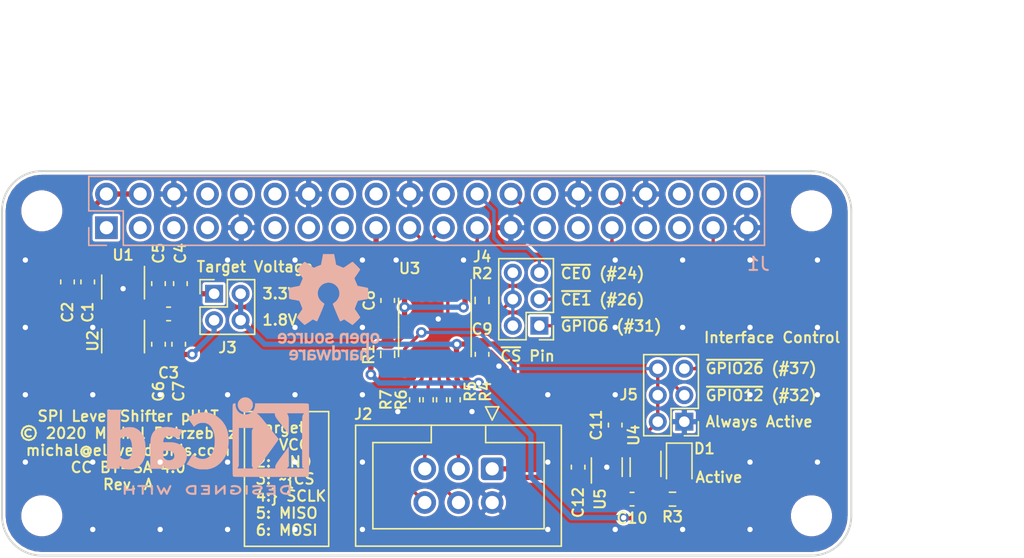
<source format=kicad_pcb>
(kicad_pcb (version 20171130) (host pcbnew 5.1.7)
  (title_block (title "SPI Level-Shifter pHAT") (date 2020-10-26) (rev A) (company "Michal Potrzebicz"))
  (layers (0 F.Cu signal) (31 B.Cu signal) (34 B.Paste user) (35 F.Paste user) (36 B.SilkS user) (37 F.SilkS user) (38 B.Mask user) (39 F.Mask user) (44 Edge.Cuts user))
  (net 0 "")
  (net 1 "Net-(J1-Pad3)")
  (net 2 "Net-(J1-Pad5)")
  (net 3 "Net-(J1-Pad7)")
  (net 4 "Net-(J1-Pad8)")
  (net 5 "Net-(J1-Pad10)")
  (net 6 "Net-(J1-Pad11)")
  (net 7 "Net-(J1-Pad12)")
  (net 8 "Net-(J1-Pad13)")
  (net 9 "Net-(J1-Pad15)")
  (net 10 "Net-(J1-Pad16)")
  (net 11 "Net-(J1-Pad18)")
  (net 12 "Net-(J1-Pad22)")
  (net 13 "Net-(J1-Pad29)")
  (net 14 "Net-(J1-Pad33)")
  (net 15 "Net-(J1-Pad36)")
  (net 16 GND)
  (net 17 +3V3)
  (net 18 +5V)
  (net 19 /VCCIO_3V3)
  (net 20 /VCCIO_1V8)
  (net 21 "Net-(J1-Pad27)")
  (net 22 "Net-(J1-Pad28)")
  (net 23 /SBC_MISO)
  (net 24 /SBC_MOSI)
  (net 25 /SBC_SCLK)
  (net 26 /SPI_MOSI)
  (net 27 /SPI_MISO)
  (net 28 /SPI_SCLK)
  (net 29 /~SPI_CS)
  (net 30 /VCCIO)
  (net 31 "Net-(U1-Pad4)")
  (net 32 "Net-(U2-Pad4)")
  (net 33 /~SBC_CS0)
  (net 34 /~SBC_CS1)
  (net 35 /~SPI_EN)
  (net 36 /~SBC_CS)
  (net 37 "Net-(D1-Pad2)")
  (net 38 "Net-(D1-Pad1)")
  (net 39 /~SBC_SPI_EN1)
  (net 40 "Net-(J1-Pad35)")
  (net 41 /~SBC_SPI_EN0)
  (net 42 "Net-(J1-Pad38)")
  (net 43 "Net-(J1-Pad40)")
  (net 44 /VCCIO_TARGET)
  (net 45 "Net-(U5-Pad6)")
  (net 46 "Net-(J2-Pad6)")
  (net 47 "Net-(J2-Pad4)")
  (net 48 "Net-(J2-Pad5)")
  (net 49 "Net-(J2-Pad3)")
  (net 50 /~SBC_CS2)
  (module Symbol:KiCad-Logo2_6mm_SilkScreen (layer B.Cu) (at 125.476 106.045 180)
    (fp_text reference REF** hide)
    (fp_text value KiCad-Logo2_6mm_SilkScreen hide)
  )
  (module Symbol:OSHW-Logo_7.5x8mm_SilkScreen (layer B.Cu) (at 134.62 96.266 180)
    (fp_text reference REF** hide)
    (fp_text value OSHW-Logo_7.5x8mm_SilkScreen hide)
  )
  (module Connector_IDC:IDC-Header_2x03_P2.54mm_Vertical (layer F.Cu) (at 146.939 108.458 270)
    (fp_text reference J2 (at -4.1275 9.7155 180) (layer F.SilkS) (effects (font (size 0.8 0.8))))
    (fp_text value Target hide)
    (pad 6 thru_hole circle (at 2.54 5.08 270) (size 1.7 1.7) (drill 1) (layers *.Cu *.Mask) (net 46 "Net-(J2-Pad6)"))
    (pad 4 thru_hole circle (at 2.54 2.54 270) (size 1.7 1.7) (drill 1) (layers *.Cu *.Mask) (net 47 "Net-(J2-Pad4)"))
    (pad 2 thru_hole circle (at 2.54 0 270) (size 1.7 1.7) (drill 1) (layers *.Cu *.Mask) (net 16 GND))
    (pad 5 thru_hole circle (at 0 5.08 270) (size 1.7 1.7) (drill 1) (layers *.Cu *.Mask) (net 48 "Net-(J2-Pad5)"))
    (pad 3 thru_hole circle (at 0 2.54 270) (size 1.7 1.7) (drill 1) (layers *.Cu *.Mask) (net 49 "Net-(J2-Pad3)"))
    (pad 1 thru_hole roundrect (at 0 0 270) (size 1.7 1.7) (drill 1) (layers *.Cu *.Mask) (roundrect_rratio 0.147059) (net 44 /VCCIO_TARGET))
  )
  (module Connector_PinHeader_2.00mm:PinHeader_2x03_P2.00mm_Vertical (layer F.Cu) (at 150.495 97.663 180)
    (fp_text reference J4 (at 4.318 5.207) (layer F.SilkS) (effects (font (size 0.8 0.8))))
    (fp_text value "~CS~ Selection" hide)
    (pad 6 thru_hole oval (at 2 4 180) (size 1.35 1.35) (drill 0.8) (layers *.Cu *.Mask) (net 36 /~SBC_CS))
    (pad 5 thru_hole oval (at 0 4 180) (size 1.35 1.35) (drill 0.8) (layers *.Cu *.Mask) (net 33 /~SBC_CS0))
    (pad 4 thru_hole oval (at 2 2 180) (size 1.35 1.35) (drill 0.8) (layers *.Cu *.Mask) (net 36 /~SBC_CS))
    (pad 3 thru_hole oval (at 0 2 180) (size 1.35 1.35) (drill 0.8) (layers *.Cu *.Mask) (net 34 /~SBC_CS1))
    (pad 2 thru_hole oval (at 2 0 180) (size 1.35 1.35) (drill 0.8) (layers *.Cu *.Mask) (net 36 /~SBC_CS))
    (pad 1 thru_hole rect (at 0 0 180) (size 1.35 1.35) (drill 0.8) (layers *.Cu *.Mask) (net 50 /~SBC_CS2))
  )
  (module Connector_PinHeader_2.00mm:PinHeader_2x03_P2.00mm_Vertical (layer F.Cu) (at 161.417 104.902 180)
    (fp_text reference J5 (at 4.191 2.032) (layer F.SilkS) (effects (font (size 0.8 0.8))))
    (fp_text value "Interface Control" hide)
    (pad 6 thru_hole oval (at 2 4 180) (size 1.35 1.35) (drill 0.8) (layers *.Cu *.Mask) (net 35 /~SPI_EN))
    (pad 5 thru_hole oval (at 0 4 180) (size 1.35 1.35) (drill 0.8) (layers *.Cu *.Mask) (net 41 /~SBC_SPI_EN0))
    (pad 4 thru_hole oval (at 2 2 180) (size 1.35 1.35) (drill 0.8) (layers *.Cu *.Mask) (net 35 /~SPI_EN))
    (pad 3 thru_hole oval (at 0 2 180) (size 1.35 1.35) (drill 0.8) (layers *.Cu *.Mask) (net 39 /~SBC_SPI_EN1))
    (pad 2 thru_hole oval (at 2 0 180) (size 1.35 1.35) (drill 0.8) (layers *.Cu *.Mask) (net 35 /~SPI_EN))
    (pad 1 thru_hole rect (at 0 0 180) (size 1.35 1.35) (drill 0.8) (layers *.Cu *.Mask) (net 16 GND))
  )
  (module Connector_PinHeader_2.00mm:PinHeader_2x02_P2.00mm_Vertical (layer F.Cu) (at 125.984 95.25)
    (fp_text reference J3 (at 1.016 4.064) (layer F.SilkS) (effects (font (size 0.8 0.8))))
    (fp_text value "I/O Level" hide)
    (pad 4 thru_hole oval (at 2 2) (size 1.35 1.35) (drill 0.8) (layers *.Cu *.Mask) (net 30 /VCCIO))
    (pad 3 thru_hole oval (at 0 2) (size 1.35 1.35) (drill 0.8) (layers *.Cu *.Mask) (net 20 /VCCIO_1V8))
    (pad 2 thru_hole oval (at 2 0) (size 1.35 1.35) (drill 0.8) (layers *.Cu *.Mask) (net 30 /VCCIO))
    (pad 1 thru_hole rect (at 0 0) (size 1.35 1.35) (drill 0.8) (layers *.Cu *.Mask) (net 19 /VCCIO_3V3))
  )
  (module Connector_PinSocket_2.54mm:PinSocket_2x20_P2.54mm_Vertical (layer B.Cu) (at 117.87 90.27 270)
    (fp_text reference J1 (at 2.73 -49.13) (layer B.SilkS) (effects (justify mirror)))
    (fp_text value Raspberry_Pi_2_3)
    (pad 1 thru_hole rect (at 0 0 270) (size 1.7 1.7) (drill 1) (layers *.Cu *.Mask) (net 17 +3V3))
    (pad 2 thru_hole oval (at -2.54 0 270) (size 1.7 1.7) (drill 1) (layers *.Cu *.Mask) (net 18 +5V))
    (pad 3 thru_hole oval (at 0 -2.54 270) (size 1.7 1.7) (drill 1) (layers *.Cu *.Mask) (net 1 "Net-(J1-Pad3)"))
    (pad 4 thru_hole oval (at -2.54 -2.54 270) (size 1.7 1.7) (drill 1) (layers *.Cu *.Mask) (net 18 +5V))
    (pad 5 thru_hole oval (at 0 -5.08 270) (size 1.7 1.7) (drill 1) (layers *.Cu *.Mask) (net 2 "Net-(J1-Pad5)"))
    (pad 6 thru_hole oval (at -2.54 -5.08 270) (size 1.7 1.7) (drill 1) (layers *.Cu *.Mask) (net 16 GND))
    (pad 7 thru_hole oval (at 0 -7.62 270) (size 1.7 1.7) (drill 1) (layers *.Cu *.Mask) (net 3 "Net-(J1-Pad7)"))
    (pad 8 thru_hole oval (at -2.54 -7.62 270) (size 1.7 1.7) (drill 1) (layers *.Cu *.Mask) (net 4 "Net-(J1-Pad8)"))
    (pad 9 thru_hole oval (at 0 -10.16 270) (size 1.7 1.7) (drill 1) (layers *.Cu *.Mask) (net 16 GND))
    (pad 10 thru_hole oval (at -2.54 -10.16 270) (size 1.7 1.7) (drill 1) (layers *.Cu *.Mask) (net 5 "Net-(J1-Pad10)"))
    (pad 11 thru_hole oval (at 0 -12.7 270) (size 1.7 1.7) (drill 1) (layers *.Cu *.Mask) (net 6 "Net-(J1-Pad11)"))
    (pad 12 thru_hole oval (at -2.54 -12.7 270) (size 1.7 1.7) (drill 1) (layers *.Cu *.Mask) (net 7 "Net-(J1-Pad12)"))
    (pad 13 thru_hole oval (at 0 -15.24 270) (size 1.7 1.7) (drill 1) (layers *.Cu *.Mask) (net 8 "Net-(J1-Pad13)"))
    (pad 14 thru_hole oval (at -2.54 -15.24 270) (size 1.7 1.7) (drill 1) (layers *.Cu *.Mask) (net 16 GND))
    (pad 15 thru_hole oval (at 0 -17.78 270) (size 1.7 1.7) (drill 1) (layers *.Cu *.Mask) (net 9 "Net-(J1-Pad15)"))
    (pad 16 thru_hole oval (at -2.54 -17.78 270) (size 1.7 1.7) (drill 1) (layers *.Cu *.Mask) (net 10 "Net-(J1-Pad16)"))
    (pad 17 thru_hole oval (at 0 -20.32 270) (size 1.7 1.7) (drill 1) (layers *.Cu *.Mask) (net 17 +3V3))
    (pad 18 thru_hole oval (at -2.54 -20.32 270) (size 1.7 1.7) (drill 1) (layers *.Cu *.Mask) (net 11 "Net-(J1-Pad18)"))
    (pad 19 thru_hole oval (at 0 -22.86 270) (size 1.7 1.7) (drill 1) (layers *.Cu *.Mask) (net 24 /SBC_MOSI))
    (pad 20 thru_hole oval (at -2.54 -22.86 270) (size 1.7 1.7) (drill 1) (layers *.Cu *.Mask) (net 16 GND))
    (pad 21 thru_hole oval (at 0 -25.4 270) (size 1.7 1.7) (drill 1) (layers *.Cu *.Mask) (net 23 /SBC_MISO))
    (pad 22 thru_hole oval (at -2.54 -25.4 270) (size 1.7 1.7) (drill 1) (layers *.Cu *.Mask) (net 12 "Net-(J1-Pad22)"))
    (pad 23 thru_hole oval (at 0 -27.94 270) (size 1.7 1.7) (drill 1) (layers *.Cu *.Mask) (net 25 /SBC_SCLK))
    (pad 24 thru_hole oval (at -2.54 -27.94 270) (size 1.7 1.7) (drill 1) (layers *.Cu *.Mask) (net 33 /~SBC_CS0))
    (pad 25 thru_hole oval (at 0 -30.48 270) (size 1.7 1.7) (drill 1) (layers *.Cu *.Mask) (net 16 GND))
    (pad 26 thru_hole oval (at -2.54 -30.48 270) (size 1.7 1.7) (drill 1) (layers *.Cu *.Mask) (net 34 /~SBC_CS1))
    (pad 27 thru_hole oval (at 0 -33.02 270) (size 1.7 1.7) (drill 1) (layers *.Cu *.Mask) (net 21 "Net-(J1-Pad27)"))
    (pad 28 thru_hole oval (at -2.54 -33.02 270) (size 1.7 1.7) (drill 1) (layers *.Cu *.Mask) (net 22 "Net-(J1-Pad28)"))
    (pad 29 thru_hole oval (at 0 -35.56 270) (size 1.7 1.7) (drill 1) (layers *.Cu *.Mask) (net 13 "Net-(J1-Pad29)"))
    (pad 30 thru_hole oval (at -2.54 -35.56 270) (size 1.7 1.7) (drill 1) (layers *.Cu *.Mask) (net 16 GND))
    (pad 31 thru_hole oval (at 0 -38.1 270) (size 1.7 1.7) (drill 1) (layers *.Cu *.Mask) (net 50 /~SBC_CS2))
    (pad 32 thru_hole oval (at -2.54 -38.1 270) (size 1.7 1.7) (drill 1) (layers *.Cu *.Mask) (net 39 /~SBC_SPI_EN1))
    (pad 33 thru_hole oval (at 0 -40.64 270) (size 1.7 1.7) (drill 1) (layers *.Cu *.Mask) (net 14 "Net-(J1-Pad33)"))
    (pad 34 thru_hole oval (at -2.54 -40.64 270) (size 1.7 1.7) (drill 1) (layers *.Cu *.Mask) (net 16 GND))
    (pad 35 thru_hole oval (at 0 -43.18 270) (size 1.7 1.7) (drill 1) (layers *.Cu *.Mask) (net 40 "Net-(J1-Pad35)"))
    (pad 36 thru_hole oval (at -2.54 -43.18 270) (size 1.7 1.7) (drill 1) (layers *.Cu *.Mask) (net 15 "Net-(J1-Pad36)"))
    (pad 37 thru_hole oval (at 0 -45.72 270) (size 1.7 1.7) (drill 1) (layers *.Cu *.Mask) (net 41 /~SBC_SPI_EN0))
    (pad 38 thru_hole oval (at -2.54 -45.72 270) (size 1.7 1.7) (drill 1) (layers *.Cu *.Mask) (net 42 "Net-(J1-Pad38)"))
    (pad 39 thru_hole oval (at 0 -48.26 270) (size 1.7 1.7) (drill 1) (layers *.Cu *.Mask) (net 16 GND))
    (pad 40 thru_hole oval (at -2.54 -48.26 270) (size 1.7 1.7) (drill 1) (layers *.Cu *.Mask) (net 43 "Net-(J1-Pad40)"))
  )
  (module Package_SO:TSSOP-16_4.4x5mm_P0.65mm (layer F.Cu) (at 142.621 97.79 270)
    (fp_text reference U3 (at -4.445 1.905 180) (layer F.SilkS) (effects (font (size 0.8 0.8))))
    (fp_text value 74AVC4T774PW hide)
    (pad 1 smd roundrect (at -2.8625 -2.275 270) (size 1.475 0.4) (layers F.Cu F.Paste F.Mask) (net 17 +3V3))
    (pad 2 smd roundrect (at -2.8625 -1.625 270) (size 1.475 0.4) (layers F.Cu F.Paste F.Mask) (net 17 +3V3))
    (pad 3 smd roundrect (at -2.8625 -0.975 270) (size 1.475 0.4) (layers F.Cu F.Paste F.Mask) (net 36 /~SBC_CS))
    (pad 4 smd roundrect (at -2.8625 -0.325 270) (size 1.475 0.4) (layers F.Cu F.Paste F.Mask) (net 25 /SBC_SCLK))
    (pad 5 smd roundrect (at -2.8625 0.325 270) (size 1.475 0.4) (layers F.Cu F.Paste F.Mask) (net 23 /SBC_MISO))
    (pad 6 smd roundrect (at -2.8625 0.975 270) (size 1.475 0.4) (layers F.Cu F.Paste F.Mask) (net 24 /SBC_MOSI))
    (pad 7 smd roundrect (at -2.8625 1.625 270) (size 1.475 0.4) (layers F.Cu F.Paste F.Mask) (net 16 GND))
    (pad 8 smd roundrect (at -2.8625 2.275 270) (size 1.475 0.4) (layers F.Cu F.Paste F.Mask) (net 17 +3V3))
    (pad 9 smd roundrect (at 2.8625 2.275 270) (size 1.475 0.4) (layers F.Cu F.Paste F.Mask) (net 35 /~SPI_EN))
    (pad 10 smd roundrect (at 2.8625 1.625 270) (size 1.475 0.4) (layers F.Cu F.Paste F.Mask) (net 16 GND))
    (pad 11 smd roundrect (at 2.8625 0.975 270) (size 1.475 0.4) (layers F.Cu F.Paste F.Mask) (net 26 /SPI_MOSI))
    (pad 12 smd roundrect (at 2.8625 0.325 270) (size 1.475 0.4) (layers F.Cu F.Paste F.Mask) (net 27 /SPI_MISO))
    (pad 13 smd roundrect (at 2.8625 -0.325 270) (size 1.475 0.4) (layers F.Cu F.Paste F.Mask) (net 28 /SPI_SCLK))
    (pad 14 smd roundrect (at 2.8625 -0.975 270) (size 1.475 0.4) (layers F.Cu F.Paste F.Mask) (net 29 /~SPI_CS))
    (pad 15 smd roundrect (at 2.8625 -1.625 270) (size 1.475 0.4) (layers F.Cu F.Paste F.Mask) (net 30 /VCCIO))
    (pad 16 smd roundrect (at 2.8625 -2.275 270) (size 1.475 0.4) (layers F.Cu F.Paste F.Mask) (net 17 +3V3))
  )
  (module Resistor_SMD:R_0402_1005Metric (layer F.Cu) (at 141.097 103.251 90)
    (fp_text reference R7 (at 0 -2.159 90) (layer F.SilkS) (effects (font (size 0.8 0.8))))
    (fp_text value 0R hide)
    (pad 2 smd roundrect (at 0.51 0 90) (size 0.54 0.64) (layers F.Cu F.Paste F.Mask) (net 26 /SPI_MOSI))
    (pad 1 smd roundrect (at -0.51 0 90) (size 0.54 0.64) (layers F.Cu F.Paste F.Mask) (net 46 "Net-(J2-Pad6)"))
  )
  (module Resistor_SMD:R_0402_1005Metric (layer F.Cu) (at 142.113 103.251 90)
    (fp_text reference R6 (at 0 -2.032 90) (layer F.SilkS) (effects (font (size 0.8 0.8))))
    (fp_text value 0R hide)
    (pad 2 smd roundrect (at 0.51 0 90) (size 0.54 0.64) (layers F.Cu F.Paste F.Mask) (net 27 /SPI_MISO))
    (pad 1 smd roundrect (at -0.51 0 90) (size 0.54 0.64) (layers F.Cu F.Paste F.Mask) (net 48 "Net-(J2-Pad5)"))
  )
  (module Resistor_SMD:R_0402_1005Metric (layer F.Cu) (at 143.129 103.251 90)
    (fp_text reference R5 (at 0.635 2.159 90) (layer F.SilkS) (effects (font (size 0.8 0.8))))
    (fp_text value 0R hide)
    (pad 2 smd roundrect (at 0.51 0 90) (size 0.54 0.64) (layers F.Cu F.Paste F.Mask) (net 28 /SPI_SCLK))
    (pad 1 smd roundrect (at -0.51 0 90) (size 0.54 0.64) (layers F.Cu F.Paste F.Mask) (net 47 "Net-(J2-Pad4)"))
  )
  (module Resistor_SMD:R_0402_1005Metric (layer F.Cu) (at 144.145 103.251 90)
    (fp_text reference R4 (at 0.635 2.286 90) (layer F.SilkS) (effects (font (size 0.8 0.8))))
    (fp_text value 0R hide)
    (pad 2 smd roundrect (at 0.51 0 90) (size 0.54 0.64) (layers F.Cu F.Paste F.Mask) (net 29 /~SPI_CS))
    (pad 1 smd roundrect (at -0.51 0 90) (size 0.54 0.64) (layers F.Cu F.Paste F.Mask) (net 49 "Net-(J2-Pad3)"))
  )
  (module Package_TO_SOT_SMD:SOT-353_SC-70-5 (layer F.Cu) (at 158.496 108.331 270)
    (fp_text reference U4 (at -2.413 0.889 90) (layer F.SilkS) (effects (font (size 0.8 0.8))))
    (fp_text value 74LVC1G07 hide)
    (pad 5 smd rect (at 0.95 -0.65 270) (size 0.65 0.4) (layers F.Cu F.Paste F.Mask) (net 17 +3V3))
    (pad 4 smd rect (at 0.95 0.65 270) (size 0.65 0.4) (layers F.Cu F.Paste F.Mask) (net 38 "Net-(D1-Pad1)"))
    (pad 2 smd rect (at -0.95 0 270) (size 0.65 0.4) (layers F.Cu F.Paste F.Mask) (net 35 /~SPI_EN))
    (pad 3 smd rect (at -0.95 0.65 270) (size 0.65 0.4) (layers F.Cu F.Paste F.Mask) (net 16 GND))
    (pad 1 smd rect (at -0.95 -0.65 270) (size 0.65 0.4) (layers F.Cu F.Paste F.Mask))
  )
  (module Package_TO_SOT_SMD:SOT-363_SC-70-6 (layer F.Cu) (at 155.575 108.331 90)
    (fp_text reference U5 (at -2.413 -0.508 90) (layer F.SilkS) (effects (font (size 0.8 0.8))))
    (fp_text value SiP32432DR3 hide)
    (pad 6 smd rect (at 0.95 -0.65 90) (size 0.65 0.4) (layers F.Cu F.Paste F.Mask) (net 45 "Net-(U5-Pad6)"))
    (pad 4 smd rect (at 0.95 0.65 90) (size 0.65 0.4) (layers F.Cu F.Paste F.Mask) (net 30 /VCCIO))
    (pad 2 smd rect (at -0.95 0 90) (size 0.65 0.4) (layers F.Cu F.Paste F.Mask) (net 16 GND))
    (pad 5 smd rect (at 0.95 0 90) (size 0.65 0.4) (layers F.Cu F.Paste F.Mask) (net 16 GND))
    (pad 3 smd rect (at -0.95 0.65 90) (size 0.65 0.4) (layers F.Cu F.Paste F.Mask) (net 35 /~SPI_EN))
    (pad 1 smd rect (at -0.95 -0.65 90) (size 0.65 0.4) (layers F.Cu F.Paste F.Mask) (net 44 /VCCIO_TARGET))
  )
  (module Capacitor_SMD:C_0603_1608Metric (layer F.Cu) (at 153.416 108.331 90)
    (fp_text reference C12 (at -2.667 0 90) (layer F.SilkS) (effects (font (size 0.8 0.8))))
    (fp_text value 100n hide)
    (pad 2 smd roundrect (at 0.775 0 90) (size 0.9 0.95) (layers F.Cu F.Paste F.Mask) (net 16 GND))
    (pad 1 smd roundrect (at -0.775 0 90) (size 0.9 0.95) (layers F.Cu F.Paste F.Mask) (net 44 /VCCIO_TARGET))
  )
  (module Capacitor_SMD:C_0603_1608Metric (layer F.Cu) (at 156.21 105.156 90)
    (fp_text reference C11 (at 0 -1.43 90) (layer F.SilkS) (effects (font (size 0.8 0.8))))
    (fp_text value 100n hide)
    (pad 2 smd roundrect (at 0.775 0 90) (size 0.9 0.95) (layers F.Cu F.Paste F.Mask) (net 16 GND))
    (pad 1 smd roundrect (at -0.775 0 90) (size 0.9 0.95) (layers F.Cu F.Paste F.Mask) (net 30 /VCCIO))
  )
  (module Resistor_SMD:R_0603_1608Metric (layer F.Cu) (at 160.528 110.744)
    (fp_text reference R3 (at 0 1.3335) (layer F.SilkS) (effects (font (size 0.8 0.8))))
    (fp_text value 330R hide)
    (pad 2 smd roundrect (at 0.825 0) (size 0.8 0.95) (layers F.Cu F.Paste F.Mask) (net 37 "Net-(D1-Pad2)"))
    (pad 1 smd roundrect (at -0.825 0) (size 0.8 0.95) (layers F.Cu F.Paste F.Mask) (net 17 +3V3))
  )
  (module Resistor_SMD:R_0603_1608Metric (layer F.Cu) (at 146.177 95.758 90)
    (fp_text reference R2 (at 2.032 0 180) (layer F.SilkS) (effects (font (size 0.8 0.8))))
    (fp_text value 10k hide)
    (pad 2 smd roundrect (at 0.825 0 90) (size 0.8 0.95) (layers F.Cu F.Paste F.Mask) (net 17 +3V3))
    (pad 1 smd roundrect (at -0.825 0 90) (size 0.8 0.95) (layers F.Cu F.Paste F.Mask) (net 36 /~SBC_CS))
  )
  (module LED_SMD:LED_0805_2012Metric (layer F.Cu) (at 161.036 108.204 270)
    (fp_text reference D1 (at -1.27 -1.016 180) (layer F.SilkS) (effects (font (size 0.8 0.8)) (justify left)))
    (fp_text value Active hide)
    (pad 2 smd roundrect (at 0.9375 0 270) (size 0.975 1.4) (layers F.Cu F.Paste F.Mask) (net 37 "Net-(D1-Pad2)"))
    (pad 1 smd roundrect (at -0.9375 0 270) (size 0.975 1.4) (layers F.Cu F.Paste F.Mask) (net 38 "Net-(D1-Pad1)"))
  )
  (module Capacitor_SMD:C_0603_1608Metric (layer F.Cu) (at 157.48 110.744 180)
    (fp_text reference C10 (at 0 -1.43) (layer F.SilkS) (effects (font (size 0.8 0.8))))
    (fp_text value 100n hide)
    (pad 2 smd roundrect (at 0.775 0 180) (size 0.9 0.95) (layers F.Cu F.Paste F.Mask) (net 16 GND))
    (pad 1 smd roundrect (at -0.775 0 180) (size 0.9 0.95) (layers F.Cu F.Paste F.Mask) (net 17 +3V3))
  )
  (module Capacitor_SMD:C_0603_1608Metric (layer F.Cu) (at 146.177 99.822 270)
    (fp_text reference C9 (at -1.905 0 180) (layer F.SilkS) (effects (font (size 0.8 0.8))))
    (fp_text value 100n hide)
    (pad 2 smd roundrect (at 0.775 0 270) (size 0.9 0.95) (layers F.Cu F.Paste F.Mask) (net 16 GND))
    (pad 1 smd roundrect (at -0.775 0 270) (size 0.9 0.95) (layers F.Cu F.Paste F.Mask) (net 30 /VCCIO))
  )
  (module Capacitor_SMD:C_0603_1608Metric (layer F.Cu) (at 139.065 95.758 270)
    (fp_text reference C8 (at 0 1.397 90) (layer F.SilkS) (effects (font (size 0.8 0.8))))
    (fp_text value 100n hide)
    (pad 2 smd roundrect (at 0.775 0 270) (size 0.9 0.95) (layers F.Cu F.Paste F.Mask) (net 16 GND))
    (pad 1 smd roundrect (at -0.775 0 270) (size 0.9 0.95) (layers F.Cu F.Paste F.Mask) (net 17 +3V3))
  )
  (module Resistor_SMD:R_0603_1608Metric (layer F.Cu) (at 139.065 99.822 90)
    (fp_text reference R1 (at 0 -1.43 90) (layer F.SilkS) (effects (font (size 0.8 0.8))))
    (fp_text value 10k hide)
    (pad 1 smd roundrect (at -0.825 0 90) (size 0.8 0.95) (layers F.Cu F.Paste F.Mask) (net 35 /~SPI_EN))
    (pad 2 smd roundrect (at 0.825 0 90) (size 0.8 0.95) (layers F.Cu F.Paste F.Mask) (net 17 +3V3))
  )
  (module Package_TO_SOT_SMD:SOT-23-5 (layer F.Cu) (at 119.126 98.806 270)
    (fp_text reference U2 (at 0 2.286 90) (layer F.SilkS) (effects (font (size 0.8 0.8))))
    (fp_text value MIC5504-1.8YM5 hide)
    (pad 5 smd rect (at 1.1 -0.95 270) (size 1.06 0.65) (layers F.Cu F.Paste F.Mask) (net 20 /VCCIO_1V8))
    (pad 4 smd rect (at 1.1 0.95 270) (size 1.06 0.65) (layers F.Cu F.Paste F.Mask) (net 32 "Net-(U2-Pad4)"))
    (pad 3 smd rect (at -1.1 0.95 270) (size 1.06 0.65) (layers F.Cu F.Paste F.Mask) (net 19 /VCCIO_3V3))
    (pad 2 smd rect (at -1.1 0 270) (size 1.06 0.65) (layers F.Cu F.Paste F.Mask) (net 16 GND))
    (pad 1 smd rect (at -1.1 -0.95 270) (size 1.06 0.65) (layers F.Cu F.Paste F.Mask) (net 19 /VCCIO_3V3))
  )
  (module Package_TO_SOT_SMD:SOT-23-5 (layer F.Cu) (at 119.126 94.742 270)
    (fp_text reference U1 (at -2.413 0 180) (layer F.SilkS) (effects (font (size 0.8 0.8))))
    (fp_text value MIC5504-3.3YM5 hide)
    (pad 5 smd rect (at 1.1 -0.95 270) (size 1.06 0.65) (layers F.Cu F.Paste F.Mask) (net 19 /VCCIO_3V3))
    (pad 4 smd rect (at 1.1 0.95 270) (size 1.06 0.65) (layers F.Cu F.Paste F.Mask) (net 31 "Net-(U1-Pad4)"))
    (pad 3 smd rect (at -1.1 0.95 270) (size 1.06 0.65) (layers F.Cu F.Paste F.Mask) (net 18 +5V))
    (pad 2 smd rect (at -1.1 0 270) (size 1.06 0.65) (layers F.Cu F.Paste F.Mask) (net 16 GND))
    (pad 1 smd rect (at -1.1 -0.95 270) (size 1.06 0.65) (layers F.Cu F.Paste F.Mask) (net 18 +5V))
  )
  (module Capacitor_SMD:C_0603_1608Metric (layer F.Cu) (at 123.317 99.06 90)
    (fp_text reference C7 (at -3.556 0 90) (layer F.SilkS) (effects (font (size 0.8 0.8))))
    (fp_text value 1u hide)
    (pad 2 smd roundrect (at 0.775 0 90) (size 0.9 0.95) (layers F.Cu F.Paste F.Mask) (net 16 GND))
    (pad 1 smd roundrect (at -0.775 0 90) (size 0.9 0.95) (layers F.Cu F.Paste F.Mask) (net 20 /VCCIO_1V8))
  )
  (module Capacitor_SMD:C_0603_1608Metric (layer F.Cu) (at 121.793 99.06 90)
    (fp_text reference C6 (at -3.556 0 90) (layer F.SilkS) (effects (font (size 0.8 0.8))))
    (fp_text value 1u hide)
    (pad 2 smd roundrect (at 0.775 0 90) (size 0.9 0.95) (layers F.Cu F.Paste F.Mask) (net 16 GND))
    (pad 1 smd roundrect (at -0.775 0 90) (size 0.9 0.95) (layers F.Cu F.Paste F.Mask) (net 20 /VCCIO_1V8))
  )
  (module Capacitor_SMD:C_0603_1608Metric (layer F.Cu) (at 121.793 94.488 90)
    (fp_text reference C5 (at 2.286 0 90) (layer F.SilkS) (effects (font (size 0.8 0.8))))
    (fp_text value 1u hide)
    (pad 2 smd roundrect (at 0.775 0 90) (size 0.9 0.95) (layers F.Cu F.Paste F.Mask) (net 16 GND))
    (pad 1 smd roundrect (at -0.775 0 90) (size 0.9 0.95) (layers F.Cu F.Paste F.Mask) (net 19 /VCCIO_3V3))
  )
  (module Capacitor_SMD:C_0603_1608Metric (layer F.Cu) (at 123.444 94.488 90)
    (fp_text reference C4 (at 2.286 0 90) (layer F.SilkS) (effects (font (size 0.8 0.8))))
    (fp_text value 1u hide)
    (pad 2 smd roundrect (at 0.775 0 90) (size 0.9 0.95) (layers F.Cu F.Paste F.Mask) (net 16 GND))
    (pad 1 smd roundrect (at -0.775 0 90) (size 0.9 0.95) (layers F.Cu F.Paste F.Mask) (net 19 /VCCIO_3V3))
  )
  (module Capacitor_SMD:C_0603_1608Metric (layer F.Cu) (at 122.555 96.774)
    (fp_text reference C3 (at 0 4.445) (layer F.SilkS) (effects (font (size 0.8 0.8))))
    (fp_text value 100n hide)
    (pad 2 smd roundrect (at 0.775 0) (size 0.9 0.95) (layers F.Cu F.Paste F.Mask) (net 16 GND))
    (pad 1 smd roundrect (at -0.775 0) (size 0.9 0.95) (layers F.Cu F.Paste F.Mask) (net 19 /VCCIO_3V3))
  )
  (module Capacitor_SMD:C_0603_1608Metric (layer F.Cu) (at 114.935 94.361 270)
    (fp_text reference C2 (at 2.286 0 90) (layer F.SilkS) (effects (font (size 0.8 0.8))))
    (fp_text value 1u hide)
    (pad 2 smd roundrect (at 0.775 0 270) (size 0.9 0.95) (layers F.Cu F.Paste F.Mask) (net 16 GND))
    (pad 1 smd roundrect (at -0.775 0 270) (size 0.9 0.95) (layers F.Cu F.Paste F.Mask) (net 18 +5V))
  )
  (module Capacitor_SMD:C_0603_1608Metric (layer F.Cu) (at 116.459 94.361 270)
    (fp_text reference C1 (at 2.286 0 90) (layer F.SilkS) (effects (font (size 0.8 0.8))))
    (fp_text value 100n hide)
    (pad 2 smd roundrect (at 0.775 0 270) (size 0.9 0.95) (layers F.Cu F.Paste F.Mask) (net 16 GND))
    (pad 1 smd roundrect (at -0.775 0 270) (size 0.9 0.95) (layers F.Cu F.Paste F.Mask) (net 18 +5V))
  )
  (module MountingHole:MountingHole_2.7mm_M2.5 (layer F.Cu) (at 171 112)
    (fp_text reference H4 hide)
    (fp_text value MountingHole hide)
    (pad 1 np_thru_hole circle (at 0 0) (size 2.7 2.7) (drill 2.7) (layers *.Cu *.Mask))
  )
  (module MountingHole:MountingHole_2.7mm_M2.5 (layer F.Cu) (at 113 112)
    (fp_text reference H3 hide)
    (fp_text value MountingHole hide)
    (pad 1 np_thru_hole circle (at 0 0) (size 2.7 2.7) (drill 2.7) (layers *.Cu *.Mask))
  )
  (module MountingHole:MountingHole_2.7mm_M2.5 (layer F.Cu) (at 171 89)
    (fp_text reference H2 hide)
    (fp_text value MountingHole hide)
    (pad 1 np_thru_hole circle (at 0 0) (size 2.7 2.7) (drill 2.7) (layers *.Cu *.Mask))
  )
  (module MountingHole:MountingHole_2.7mm_M2.5 (layer F.Cu) (at 113 89)
    (fp_text reference H1 hide)
    (fp_text value MountingHole hide)
    (pad 1 np_thru_hole circle (at 0 0) (size 2.7 2.7) (drill 2.7) (layers *.Cu *.Mask))
  )
  (gr_line (start 128.27 114.3) (end 128.27 104.14) (layer F.SilkS) (width 0.12))
  (gr_line (start 134.62 114.3) (end 128.27 114.3) (layer F.SilkS) (width 0.12))
  (gr_line (start 134.62 104.14) (end 134.62 114.3) (layer F.SilkS) (width 0.12))
  (gr_line (start 128.27 104.14) (end 134.62 104.14) (layer F.SilkS) (width 0.12))
  (gr_text "Target:\n1: VCC\n2: GND\n3: ~CS\n4: SCLK\n5: MISO\n6: MOSI" (at 129.032 109.22) (layer F.SilkS) (effects (font (size 0.8 0.8)) (justify left)))
  (gr_text "SPI Level Shifter pHAT\n© 2020 Michal Potrzebicz\nmichal@elevendroids.com\nCC BY-SA 4.0\nRev. A" (at 119.507 107.061) (layer F.SilkS) (effects (font (size 0.8 0.8))))
  (gr_text "Interface Control" (at 162.814 98.552) (layer F.SilkS) (effects (font (size 0.8 0.8)) (justify left)))
  (gr_text "~GPIO26~ (#37)" (at 162.941 100.8888) (layer F.SilkS) (effects (font (size 0.8 0.8)) (justify left)))
  (gr_text "~GPIO12~ (#32)" (at 162.941 102.9208) (layer F.SilkS) (effects (font (size 0.8 0.8)) (justify left)))
  (gr_text "Always Active" (at 162.941 104.902) (layer F.SilkS) (effects (font (size 0.8 0.8)) (justify left)))
  (gr_text "~CE0~ (#24)" (at 152.019 93.726) (layer F.SilkS) (effects (font (size 0.8 0.8)) (justify left)))
  (gr_text "~CE1~ (#26)" (at 152.019 95.7072) (layer F.SilkS) (effects (font (size 0.8 0.8)) (justify left)))
  (gr_text "~GPIO6~ (#31)" (at 152.019 97.6884) (layer F.SilkS) (effects (font (size 0.8 0.8)) (justify left)))
  (gr_text Active (at 162.179 109.093) (layer F.SilkS) (effects (font (size 0.8 0.8)) (justify left)))
  (gr_text "~CS~ Pin" (at 149.606 99.949) (layer F.SilkS) (effects (font (size 0.8 0.8))))
  (gr_text "Target Voltage" (at 124.587 93.218) (layer F.SilkS) (effects (font (size 0.8 0.8)) (justify left)))
  (gr_text 3.3V (at 129.54 95.25) (layer F.SilkS) (effects (font (size 0.8 0.8)) (justify left)))
  (gr_text 1.8V (at 129.54 97.2312) (layer F.SilkS) (effects (font (size 0.8 0.8)) (justify left)))
  (gr_line (start 113 115) (end 171 115) (layer Edge.Cuts) (width 0.15))
  (gr_arc (start 171 112) (end 171 115) (angle -90) (layer Edge.Cuts) (width 0.15))
  (gr_arc (start 113 112) (end 110 112) (angle -90) (layer Edge.Cuts) (width 0.15))
  (gr_line (start 174 89) (end 174 112) (layer Edge.Cuts) (width 0.15))
  (gr_line (start 110 89) (end 110 112) (layer Edge.Cuts) (width 0.15))
  (gr_arc (start 171 89) (end 174 89) (angle -90) (layer Edge.Cuts) (width 0.15))
  (gr_arc (start 113 89) (end 113 86) (angle -90) (layer Edge.Cuts) (width 0.15))
  (gr_line (start 113 86) (end 171 86) (layer Edge.Cuts) (width 0.15))
  (via (at 139.7 92.71) (size 0.8) (drill 0.4) (layers F.Cu B.Cu) (net 16))
  (via (at 137.16 92.71) (size 0.8) (drill 0.4) (layers F.Cu B.Cu) (net 16))
  (via (at 137.16 97.79) (size 0.8) (drill 0.4) (layers F.Cu B.Cu) (net 16))
  (via (at 144.78 92.71) (size 0.8) (drill 0.4) (layers F.Cu B.Cu) (net 16))
  (via (at 137.16 102.87) (size 0.8) (drill 0.4) (layers F.Cu B.Cu) (net 16))
  (via (at 151.13 107.95) (size 0.8) (drill 0.4) (layers F.Cu B.Cu) (net 16))
  (via (at 151.13 102.87) (size 0.8) (drill 0.4) (layers F.Cu B.Cu) (net 16))
  (via (at 156.21 102.87) (size 0.8) (drill 0.4) (layers F.Cu B.Cu) (net 16))
  (via (at 156.21 97.79) (size 0.8) (drill 0.4) (layers F.Cu B.Cu) (net 16))
  (via (at 156.21 113.03) (size 0.8) (drill 0.4) (layers F.Cu B.Cu) (net 16))
  (via (at 151.13 113.03) (size 0.8) (drill 0.4) (layers F.Cu B.Cu) (net 16))
  (via (at 161.29 113.03) (size 0.8) (drill 0.4) (layers F.Cu B.Cu) (net 16))
  (via (at 156.21 92.71) (size 0.8) (drill 0.4) (layers F.Cu B.Cu) (net 16))
  (via (at 161.29 92.71) (size 0.8) (drill 0.4) (layers F.Cu B.Cu) (net 16))
  (via (at 161.29 97.79) (size 0.8) (drill 0.4) (layers F.Cu B.Cu) (net 16))
  (via (at 166.37 97.79) (size 0.8) (drill 0.4) (layers F.Cu B.Cu) (net 16))
  (via (at 166.37 113.03) (size 0.8) (drill 0.4) (layers F.Cu B.Cu) (net 16))
  (via (at 166.37 107.95) (size 0.8) (drill 0.4) (layers F.Cu B.Cu) (net 16))
  (via (at 137.16 107.95) (size 0.8) (drill 0.4) (layers F.Cu B.Cu) (net 16))
  (via (at 137.16 113.03) (size 0.8) (drill 0.4) (layers F.Cu B.Cu) (net 16))
  (via (at 132.08 92.71) (size 0.8) (drill 0.4) (layers F.Cu B.Cu) (net 16))
  (via (at 127 92.71) (size 0.8) (drill 0.4) (layers F.Cu B.Cu) (net 16))
  (via (at 132.08 97.79) (size 0.8) (drill 0.4) (layers F.Cu B.Cu) (net 16))
  (via (at 132.08 102.87) (size 0.8) (drill 0.4) (layers F.Cu B.Cu) (net 16))
  (via (at 132.08 107.95) (size 0.8) (drill 0.4) (layers F.Cu B.Cu) (net 16))
  (via (at 132.08 113.03) (size 0.8) (drill 0.4) (layers F.Cu B.Cu) (net 16))
  (via (at 127 102.87) (size 0.8) (drill 0.4) (layers F.Cu B.Cu) (net 16))
  (via (at 121.92 102.87) (size 0.8) (drill 0.4) (layers F.Cu B.Cu) (net 16))
  (via (at 116.84 102.87) (size 0.8) (drill 0.4) (layers F.Cu B.Cu) (net 16))
  (via (at 116.84 97.79) (size 0.8) (drill 0.4) (layers F.Cu B.Cu) (net 16))
  (via (at 111.76 97.79) (size 0.8) (drill 0.4) (layers F.Cu B.Cu) (net 16))
  (via (at 111.76 92.71) (size 0.8) (drill 0.4) (layers F.Cu B.Cu) (net 16))
  (via (at 111.76 102.87) (size 0.8) (drill 0.4) (layers F.Cu B.Cu) (net 16))
  (via (at 121.92 113.03) (size 0.8) (drill 0.4) (layers F.Cu B.Cu) (net 16))
  (via (at 121.92 107.95) (size 0.8) (drill 0.4) (layers F.Cu B.Cu) (net 16))
  (via (at 111.76 107.95) (size 0.8) (drill 0.4) (layers F.Cu B.Cu) (net 16))
  (via (at 171.45 107.95) (size 0.8) (drill 0.4) (layers F.Cu B.Cu) (net 16))
  (via (at 171.45 97.79) (size 0.8) (drill 0.4) (layers F.Cu B.Cu) (net 16))
  (via (at 171.45 92.71) (size 0.8) (drill 0.4) (layers F.Cu B.Cu) (net 16))
  (via (at 166.37 92.71) (size 0.8) (drill 0.4) (layers F.Cu B.Cu) (net 16))
  (via (at 127 107.95) (size 0.8) (drill 0.4) (layers F.Cu B.Cu) (net 16))
  (via (at 127 113.03) (size 0.8) (drill 0.4) (layers F.Cu B.Cu) (net 16))
  (via (at 116.84 113.03) (size 0.8) (drill 0.4) (layers F.Cu B.Cu) (net 16))
  (via (at 116.84 107.95) (size 0.8) (drill 0.4) (layers F.Cu B.Cu) (net 16))
  (via (at 166.37 102.87) (size 0.8) (drill 0.4) (layers F.Cu B.Cu) (net 16))
  (via (at 171.45 102.87) (size 0.8) (drill 0.4) (layers F.Cu B.Cu) (net 16))
  (via (at 142.875 97.155) (size 0.8) (drill 0.4) (layers F.Cu B.Cu) (net 16))
  (via (at 147.447 100.711) (size 0.8) (drill 0.4) (layers F.Cu B.Cu) (net 16))
  (via (at 145.415 104.14) (size 0.8) (drill 0.4) (layers F.Cu B.Cu) (net 16))
  (via (at 139.827 104.14) (size 0.8) (drill 0.4) (layers F.Cu B.Cu) (net 16))
  (via (at 155.575 108.331) (size 0.8) (drill 0.4) (layers F.Cu B.Cu) (net 16))
  (via (at 119.126 94.869) (size 0.8) (drill 0.4) (layers F.Cu B.Cu) (net 16))
  (segment (start 138.19 94.108) (end 139.065 94.983) (width 0.4) (layer F.Cu) (net 17))
  (segment (start 138.19 90.27) (end 138.19 94.108) (width 0.4) (layer F.Cu) (net 17))
  (segment (start 144.9015 94.933) (end 144.896 94.9275) (width 0.4) (layer F.Cu) (net 17))
  (segment (start 146.177 94.933) (end 144.9015 94.933) (width 0.4) (layer F.Cu) (net 17))
  (segment (start 144.896 94.9275) (end 144.246 94.9275) (width 0.4) (layer F.Cu) (net 17))
  (segment (start 144.896 96.15) (end 144.78 96.266) (width 0.4) (layer F.Cu) (net 17))
  (via (at 144.78 96.266) (size 0.8) (drill 0.4) (layers F.Cu B.Cu) (net 17))
  (segment (start 144.896 94.9275) (end 144.896 96.15) (width 0.4) (layer F.Cu) (net 17))
  (via (at 140.335 96.266) (size 0.8) (drill 0.4) (layers F.Cu B.Cu) (net 17))
  (segment (start 144.78 96.266) (end 140.335 96.266) (width 0.4) (layer B.Cu) (net 17))
  (segment (start 140.335 94.9385) (end 140.346 94.9275) (width 0.4) (layer F.Cu) (net 17))
  (segment (start 140.335 96.266) (end 140.335 94.9385) (width 0.4) (layer F.Cu) (net 17))
  (segment (start 140.2905 94.983) (end 140.346 94.9275) (width 0.4) (layer F.Cu) (net 17))
  (segment (start 139.065 94.983) (end 140.2905 94.983) (width 0.4) (layer F.Cu) (net 17))
  (segment (start 140.335 96.266) (end 140.335 98.298) (width 0.4) (layer F.Cu) (net 17))
  (segment (start 139.636 98.997) (end 139.065 98.997) (width 0.4) (layer F.Cu) (net 17))
  (segment (start 140.335 98.298) (end 139.636 98.997) (width 0.4) (layer F.Cu) (net 17))
  (segment (start 158.255 110.744) (end 159.703 110.744) (width 0.4) (layer F.Cu) (net 17))
  (segment (start 159.703 109.838) (end 159.146 109.281) (width 0.4) (layer F.Cu) (net 17))
  (segment (start 159.703 110.744) (end 159.703 109.838) (width 0.4) (layer F.Cu) (net 17))
  (via (at 145.923 101.981) (size 0.8) (drill 0.4) (layers F.Cu B.Cu) (net 17))
  (segment (start 145.923 101.981) (end 145.288 101.981) (width 0.4) (layer F.Cu) (net 17))
  (segment (start 144.896 101.589) (end 144.896 100.6525) (width 0.4) (layer F.Cu) (net 17))
  (segment (start 145.288 101.981) (end 144.896 101.589) (width 0.4) (layer F.Cu) (net 17))
  (segment (start 145.923 101.981) (end 149.86 105.918) (width 0.4) (layer B.Cu) (net 17))
  (segment (start 149.86 105.918) (end 149.86 109.093) (width 0.4) (layer B.Cu) (net 17))
  (via (at 156.845 112.141) (size 0.8) (drill 0.4) (layers F.Cu B.Cu) (net 17))
  (segment (start 152.908 112.141) (end 156.845 112.141) (width 0.4) (layer B.Cu) (net 17))
  (segment (start 149.86 109.093) (end 152.908 112.141) (width 0.4) (layer B.Cu) (net 17))
  (segment (start 156.845 112.141) (end 157.607 112.141) (width 0.4) (layer F.Cu) (net 17))
  (segment (start 158.255 111.493) (end 158.255 110.744) (width 0.4) (layer F.Cu) (net 17))
  (segment (start 157.607 112.141) (end 158.255 111.493) (width 0.4) (layer F.Cu) (net 17))
  (segment (start 145.923 101.981) (end 138.43 101.981) (width 0.4) (layer B.Cu) (net 17))
  (via (at 137.795 101.346) (size 0.8) (drill 0.4) (layers F.Cu B.Cu) (net 17))
  (segment (start 138.43 101.981) (end 137.795 101.346) (width 0.4) (layer B.Cu) (net 17))
  (segment (start 137.795 101.346) (end 137.795 99.568) (width 0.4) (layer F.Cu) (net 17))
  (segment (start 138.366 98.997) (end 139.065 98.997) (width 0.4) (layer F.Cu) (net 17))
  (segment (start 137.795 99.568) (end 138.366 98.997) (width 0.4) (layer F.Cu) (net 17))
  (segment (start 117.87 87.73) (end 120.41 87.73) (width 0.4) (layer F.Cu) (net 18))
  (segment (start 114.935 93.586) (end 116.459 93.586) (width 0.4) (layer F.Cu) (net 18))
  (segment (start 118.12 93.586) (end 118.176 93.642) (width 0.4) (layer F.Cu) (net 18))
  (segment (start 116.459 93.586) (end 118.12 93.586) (width 0.4) (layer F.Cu) (net 18))
  (segment (start 116.459 89.141) (end 116.459 93.586) (width 0.4) (layer F.Cu) (net 18))
  (segment (start 117.87 87.73) (end 116.459 89.141) (width 0.4) (layer F.Cu) (net 18))
  (segment (start 120.076 92.926998) (end 120.076 93.642) (width 0.4) (layer F.Cu) (net 18))
  (segment (start 119.811001 92.661999) (end 120.076 92.926998) (width 0.4) (layer F.Cu) (net 18))
  (segment (start 118.440999 92.661999) (end 119.811001 92.661999) (width 0.4) (layer F.Cu) (net 18))
  (segment (start 118.176 92.926998) (end 118.440999 92.661999) (width 0.4) (layer F.Cu) (net 18))
  (segment (start 118.176 93.642) (end 118.176 92.926998) (width 0.4) (layer F.Cu) (net 18))
  (segment (start 123.457 95.25) (end 123.444 95.263) (width 0.4) (layer F.Cu) (net 19))
  (segment (start 125.984 95.25) (end 123.457 95.25) (width 0.4) (layer F.Cu) (net 19))
  (segment (start 123.444 95.263) (end 121.793 95.263) (width 0.4) (layer F.Cu) (net 19))
  (segment (start 120.655 95.263) (end 120.076 95.842) (width 0.4) (layer F.Cu) (net 19))
  (segment (start 121.793 95.263) (end 120.655 95.263) (width 0.4) (layer F.Cu) (net 19))
  (segment (start 120.076 98.421002) (end 120.076 97.706) (width 0.4) (layer F.Cu) (net 19))
  (segment (start 118.176 97.706) (end 118.176 98.421002) (width 0.4) (layer F.Cu) (net 19))
  (segment (start 118.176 98.421002) (end 118.440999 98.686001) (width 0.4) (layer F.Cu) (net 19))
  (segment (start 118.440999 98.686001) (end 119.811001 98.686001) (width 0.4) (layer F.Cu) (net 19))
  (segment (start 119.811001 98.686001) (end 120.076 98.421002) (width 0.4) (layer F.Cu) (net 19))
  (segment (start 120.142 96.774) (end 120.076 96.708) (width 0.4) (layer F.Cu) (net 19))
  (segment (start 121.78 96.774) (end 120.142 96.774) (width 0.4) (layer F.Cu) (net 19))
  (segment (start 120.076 96.708) (end 120.076 97.706) (width 0.4) (layer F.Cu) (net 19))
  (segment (start 120.076 95.842) (end 120.076 96.708) (width 0.4) (layer F.Cu) (net 19))
  (segment (start 123.317 99.835) (end 121.793 99.835) (width 0.4) (layer F.Cu) (net 20))
  (segment (start 121.722 99.906) (end 121.793 99.835) (width 0.4) (layer F.Cu) (net 20))
  (segment (start 120.076 99.906) (end 121.722 99.906) (width 0.4) (layer F.Cu) (net 20))
  (segment (start 124.32 99.835) (end 124.333 99.822) (width 0.4) (layer F.Cu) (net 20))
  (via (at 124.333 99.822) (size 0.8) (drill 0.4) (layers F.Cu B.Cu) (net 20))
  (segment (start 123.317 99.835) (end 124.32 99.835) (width 0.4) (layer F.Cu) (net 20))
  (segment (start 124.333 99.822) (end 125.984 98.171) (width 0.4) (layer B.Cu) (net 20))
  (segment (start 125.984 98.171) (end 125.984 97.25) (width 0.4) (layer B.Cu) (net 20))
  (segment (start 142.296 91.244) (end 142.296 94.9275) (width 0.25) (layer F.Cu) (net 23))
  (segment (start 143.27 90.27) (end 142.296 91.244) (width 0.25) (layer F.Cu) (net 23))
  (segment (start 141.646 91.186) (end 140.73 90.27) (width 0.25) (layer F.Cu) (net 24))
  (segment (start 141.646 94.9275) (end 141.646 91.186) (width 0.25) (layer F.Cu) (net 24))
  (segment (start 145.288 91.821) (end 145.81 91.299) (width 0.25) (layer F.Cu) (net 25))
  (segment (start 143.637 91.821) (end 145.288 91.821) (width 0.25) (layer F.Cu) (net 25))
  (segment (start 142.946 92.512) (end 143.637 91.821) (width 0.25) (layer F.Cu) (net 25))
  (segment (start 145.81 91.299) (end 145.81 90.27) (width 0.25) (layer F.Cu) (net 25))
  (segment (start 142.946 94.9275) (end 142.946 92.512) (width 0.25) (layer F.Cu) (net 25))
  (segment (start 141.646 100.6525) (end 141.646 101.686) (width 0.25) (layer F.Cu) (net 26))
  (segment (start 141.097 102.235) (end 141.097 102.741) (width 0.25) (layer F.Cu) (net 26))
  (segment (start 141.646 101.686) (end 141.097 102.235) (width 0.25) (layer F.Cu) (net 26))
  (segment (start 142.296 100.6525) (end 142.296 101.798) (width 0.25) (layer F.Cu) (net 27))
  (segment (start 142.113 101.981) (end 142.113 102.741) (width 0.25) (layer F.Cu) (net 27))
  (segment (start 142.296 101.798) (end 142.113 101.981) (width 0.25) (layer F.Cu) (net 27))
  (segment (start 142.946 100.6525) (end 142.946 101.798) (width 0.25) (layer F.Cu) (net 28))
  (segment (start 143.129 101.981) (end 143.129 102.741) (width 0.25) (layer F.Cu) (net 28))
  (segment (start 142.946 101.798) (end 143.129 101.981) (width 0.25) (layer F.Cu) (net 28))
  (segment (start 143.596 100.6525) (end 143.596 101.686) (width 0.25) (layer F.Cu) (net 29))
  (segment (start 144.145 102.235) (end 144.145 102.741) (width 0.25) (layer F.Cu) (net 29))
  (segment (start 143.596 101.686) (end 144.145 102.235) (width 0.25) (layer F.Cu) (net 29))
  (segment (start 127.984 97.25) (end 127.984 95.25) (width 0.4) (layer B.Cu) (net 30))
  (segment (start 156.225 105.946) (end 156.21 105.931) (width 0.4) (layer F.Cu) (net 30))
  (segment (start 156.225 107.381) (end 156.225 105.946) (width 0.4) (layer F.Cu) (net 30))
  (segment (start 129.794 99.06) (end 144.272 99.06) (width 0.4) (layer B.Cu) (net 30))
  (segment (start 127.984 97.25) (end 129.794 99.06) (width 0.4) (layer B.Cu) (net 30))
  (via (at 144.272 99.06) (size 0.8) (drill 0.4) (layers F.Cu B.Cu) (net 30))
  (segment (start 144.246 99.086) (end 144.272 99.06) (width 0.4) (layer F.Cu) (net 30))
  (segment (start 144.246 100.6525) (end 144.246 99.086) (width 0.4) (layer F.Cu) (net 30))
  (segment (start 144.285 99.047) (end 144.272 99.06) (width 0.4) (layer F.Cu) (net 30))
  (segment (start 146.177 99.047) (end 144.285 99.047) (width 0.4) (layer F.Cu) (net 30))
  (segment (start 156.21 105.931) (end 151.651 105.931) (width 0.4) (layer F.Cu) (net 30))
  (segment (start 151.651 105.931) (end 148.59 102.87) (width 0.4) (layer F.Cu) (net 30))
  (segment (start 147.041002 99.047) (end 146.177 99.047) (width 0.4) (layer F.Cu) (net 30))
  (segment (start 148.59 100.595998) (end 147.041002 99.047) (width 0.4) (layer F.Cu) (net 30))
  (segment (start 148.59 102.87) (end 148.59 100.595998) (width 0.4) (layer F.Cu) (net 30))
  (segment (start 145.81 87.73) (end 147.066 88.986) (width 0.25) (layer B.Cu) (net 33))
  (segment (start 147.066 88.986) (end 147.066 91.059) (width 0.25) (layer B.Cu) (net 33))
  (segment (start 147.066 91.059) (end 147.828 91.821) (width 0.25) (layer B.Cu) (net 33))
  (segment (start 147.828 91.821) (end 149.606 91.821) (width 0.25) (layer B.Cu) (net 33))
  (segment (start 150.495 92.71) (end 150.495 93.663) (width 0.25) (layer B.Cu) (net 33))
  (segment (start 149.606 91.821) (end 150.495 92.71) (width 0.25) (layer B.Cu) (net 33))
  (segment (start 148.35 87.73) (end 149.606 88.986) (width 0.25) (layer F.Cu) (net 34))
  (segment (start 149.606 88.986) (end 149.606 91.186) (width 0.25) (layer F.Cu) (net 34))
  (segment (start 149.606 91.186) (end 150.241 91.821) (width 0.25) (layer F.Cu) (net 34))
  (segment (start 150.241 91.821) (end 151.003 91.821) (width 0.25) (layer F.Cu) (net 34))
  (segment (start 151.003 91.821) (end 151.765 92.583) (width 0.25) (layer F.Cu) (net 34))
  (segment (start 151.765 92.583) (end 151.765 95.25) (width 0.25) (layer F.Cu) (net 34))
  (segment (start 151.352 95.663) (end 150.495 95.663) (width 0.25) (layer F.Cu) (net 34))
  (segment (start 151.765 95.25) (end 151.352 95.663) (width 0.25) (layer F.Cu) (net 34))
  (segment (start 159.417 100.902) (end 159.417 102.902) (width 0.25) (layer F.Cu) (net 35))
  (segment (start 159.417 102.902) (end 159.417 104.902) (width 0.25) (layer F.Cu) (net 35))
  (segment (start 140.3405 100.647) (end 140.346 100.6525) (width 0.25) (layer F.Cu) (net 35))
  (segment (start 139.065 100.647) (end 140.3405 100.647) (width 0.25) (layer F.Cu) (net 35))
  (segment (start 158.496 105.823) (end 159.417 104.902) (width 0.25) (layer F.Cu) (net 35))
  (segment (start 158.496 107.381) (end 158.496 105.823) (width 0.25) (layer F.Cu) (net 35))
  (segment (start 158.496 107.381) (end 158.496 107.95) (width 0.25) (layer F.Cu) (net 35))
  (segment (start 158.496 107.95) (end 158.115 108.331) (width 0.25) (layer F.Cu) (net 35))
  (segment (start 158.115 108.331) (end 156.718 108.331) (width 0.25) (layer F.Cu) (net 35))
  (segment (start 156.225 108.824) (end 156.225 109.281) (width 0.25) (layer F.Cu) (net 35))
  (segment (start 156.718 108.331) (end 156.225 108.824) (width 0.25) (layer F.Cu) (net 35))
  (via (at 141.605 98.171) (size 0.8) (drill 0.4) (layers F.Cu B.Cu) (net 35))
  (segment (start 140.346 99.43) (end 141.605 98.171) (width 0.25) (layer F.Cu) (net 35))
  (segment (start 140.346 100.6525) (end 140.346 99.43) (width 0.25) (layer F.Cu) (net 35))
  (segment (start 141.605 98.171) (end 145.980002 98.171) (width 0.25) (layer B.Cu) (net 35))
  (segment (start 145.980002 98.171) (end 148.711002 100.902) (width 0.25) (layer B.Cu) (net 35))
  (segment (start 148.711002 100.902) (end 159.417 100.902) (width 0.25) (layer B.Cu) (net 35))
  (segment (start 146.177 96.583) (end 145.605 97.155) (width 0.25) (layer F.Cu) (net 36))
  (segment (start 145.605 97.155) (end 144.018 97.155) (width 0.25) (layer F.Cu) (net 36))
  (segment (start 143.596 96.733) (end 143.596 94.9275) (width 0.25) (layer F.Cu) (net 36))
  (segment (start 144.018 97.155) (end 143.596 96.733) (width 0.25) (layer F.Cu) (net 36))
  (segment (start 147.575 96.583) (end 148.495 95.663) (width 0.25) (layer F.Cu) (net 36))
  (segment (start 146.177 96.583) (end 147.575 96.583) (width 0.25) (layer F.Cu) (net 36))
  (segment (start 148.495 93.663) (end 148.495 95.663) (width 0.25) (layer B.Cu) (net 36))
  (segment (start 148.495 95.663) (end 148.495 97.663) (width 0.25) (layer B.Cu) (net 36))
  (segment (start 161.353 109.4585) (end 161.036 109.1415) (width 0.25) (layer F.Cu) (net 37))
  (segment (start 161.353 110.744) (end 161.353 109.4585) (width 0.25) (layer F.Cu) (net 37))
  (segment (start 161.036 107.95) (end 161.036 107.2665) (width 0.25) (layer F.Cu) (net 38))
  (segment (start 160.782 108.204) (end 161.036 107.95) (width 0.25) (layer F.Cu) (net 38))
  (segment (start 158.923 108.204) (end 160.782 108.204) (width 0.25) (layer F.Cu) (net 38))
  (segment (start 157.846 109.281) (end 158.923 108.204) (width 0.25) (layer F.Cu) (net 38))
  (segment (start 160.417 101.902) (end 161.417 102.902) (width 0.25) (layer F.Cu) (net 39))
  (segment (start 160.417 99.457) (end 160.417 101.902) (width 0.25) (layer F.Cu) (net 39))
  (segment (start 157.226 96.266) (end 160.417 99.457) (width 0.25) (layer F.Cu) (net 39))
  (segment (start 157.226 88.986) (end 157.226 96.266) (width 0.25) (layer F.Cu) (net 39))
  (segment (start 155.97 87.73) (end 157.226 88.986) (width 0.25) (layer F.Cu) (net 39))
  (segment (start 163.59 90.27) (end 163.59 99.554) (width 0.25) (layer F.Cu) (net 41))
  (segment (start 162.242 100.902) (end 161.417 100.902) (width 0.25) (layer F.Cu) (net 41))
  (segment (start 163.59 99.554) (end 162.242 100.902) (width 0.25) (layer F.Cu) (net 41))
  (segment (start 153.416 109.106) (end 148.73 109.106) (width 0.4) (layer F.Cu) (net 44))
  (segment (start 148.082 108.458) (end 146.939 108.458) (width 0.4) (layer F.Cu) (net 44))
  (segment (start 148.73 109.106) (end 148.082 108.458) (width 0.4) (layer F.Cu) (net 44))
  (segment (start 153.591 109.281) (end 153.416 109.106) (width 0.4) (layer F.Cu) (net 44))
  (segment (start 154.925 109.281) (end 153.591 109.281) (width 0.4) (layer F.Cu) (net 44))
  (segment (start 141.097 103.761) (end 141.097 107.188) (width 0.25) (layer F.Cu) (net 46))
  (segment (start 141.097 107.188) (end 140.462 107.823) (width 0.25) (layer F.Cu) (net 46))
  (segment (start 140.462 109.601) (end 141.859 110.998) (width 0.25) (layer F.Cu) (net 46))
  (segment (start 140.462 107.823) (end 140.462 109.601) (width 0.25) (layer F.Cu) (net 46))
  (segment (start 143.129 109.728) (end 144.399 110.998) (width 0.25) (layer F.Cu) (net 47))
  (segment (start 143.129 103.761) (end 143.129 109.728) (width 0.25) (layer F.Cu) (net 47))
  (segment (start 142.113 103.761) (end 142.113 107.188) (width 0.25) (layer F.Cu) (net 48))
  (segment (start 141.859 107.442) (end 141.859 108.458) (width 0.25) (layer F.Cu) (net 48))
  (segment (start 142.113 107.188) (end 141.859 107.442) (width 0.25) (layer F.Cu) (net 48))
  (segment (start 144.145 103.761) (end 144.145 107.188) (width 0.25) (layer F.Cu) (net 49))
  (segment (start 144.399 107.442) (end 144.399 108.458) (width 0.25) (layer F.Cu) (net 49))
  (segment (start 144.145 107.188) (end 144.399 107.442) (width 0.25) (layer F.Cu) (net 49))
  (segment (start 155.97 91.299) (end 155.97 90.27) (width 0.25) (layer F.Cu) (net 50))
  (segment (start 155.448 91.821) (end 155.97 91.299) (width 0.25) (layer F.Cu) (net 50))
  (segment (start 153.289 91.821) (end 155.448 91.821) (width 0.25) (layer F.Cu) (net 50))
  (segment (start 152.654 92.456) (end 153.289 91.821) (width 0.25) (layer F.Cu) (net 50))
  (segment (start 151.765 97.663) (end 152.654 96.774) (width 0.25) (layer F.Cu) (net 50))
  (segment (start 152.654 96.774) (end 152.654 92.456) (width 0.25) (layer F.Cu) (net 50))
  (segment (start 150.495 97.663) (end 151.765 97.663) (width 0.25) (layer F.Cu) (net 50))
  (zone (net 16) (net_name GND) (layer F.Cu) (connect_pads (clearance 0.2)) (min_thickness 0.16) (fill yes (arc_segments 32) (thermal_gap 0.2) (thermal_bridge_width 0.381))
    (polygon (pts (xy 174.117 115.189) (xy 109.855 115.189) (xy 109.855 85.852) (xy 174.117 85.852)))
  )
  (zone (net 16) (net_name GND) (layer B.Cu) (connect_pads (clearance 0.2)) (min_thickness 0.16) (fill yes (arc_segments 32) (thermal_gap 0.2) (thermal_bridge_width 0.381))
    (polygon (pts (xy 174.117 115.189) (xy 109.855 115.189) (xy 109.855 85.852) (xy 174.117 85.852)))
  )
)
</source>
